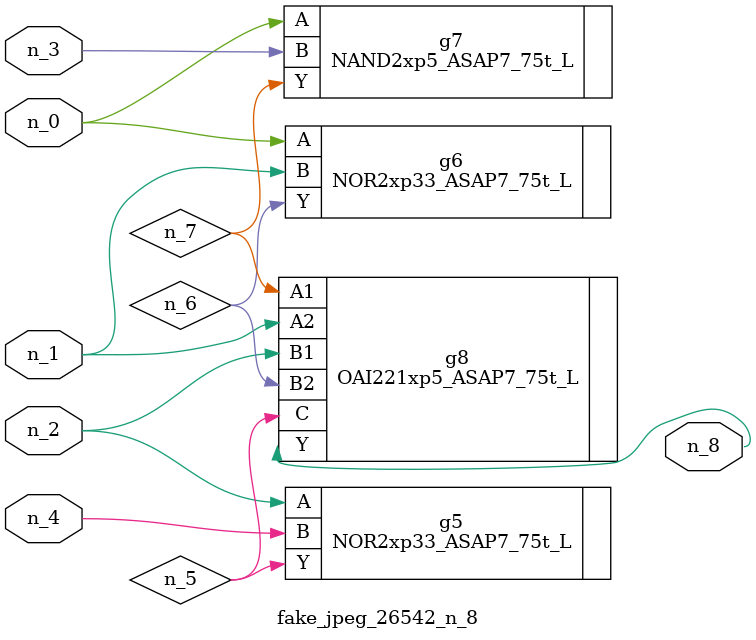
<source format=v>
module fake_jpeg_26542_n_8 (n_3, n_2, n_1, n_0, n_4, n_8);

input n_3;
input n_2;
input n_1;
input n_0;
input n_4;

output n_8;

wire n_6;
wire n_5;
wire n_7;

NOR2xp33_ASAP7_75t_L g5 ( 
.A(n_2),
.B(n_4),
.Y(n_5)
);

NOR2xp33_ASAP7_75t_L g6 ( 
.A(n_0),
.B(n_1),
.Y(n_6)
);

NAND2xp5_ASAP7_75t_L g7 ( 
.A(n_0),
.B(n_3),
.Y(n_7)
);

OAI221xp5_ASAP7_75t_L g8 ( 
.A1(n_7),
.A2(n_1),
.B1(n_2),
.B2(n_6),
.C(n_5),
.Y(n_8)
);


endmodule
</source>
